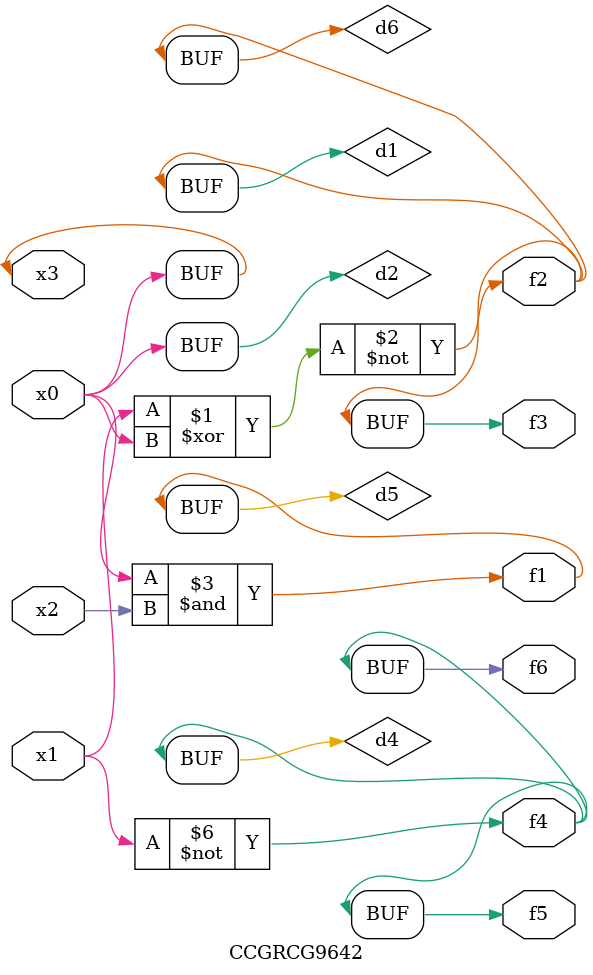
<source format=v>
module CCGRCG9642(
	input x0, x1, x2, x3,
	output f1, f2, f3, f4, f5, f6
);

	wire d1, d2, d3, d4, d5, d6;

	xnor (d1, x1, x3);
	buf (d2, x0, x3);
	nand (d3, x0, x2);
	not (d4, x1);
	nand (d5, d3);
	or (d6, d1);
	assign f1 = d5;
	assign f2 = d6;
	assign f3 = d6;
	assign f4 = d4;
	assign f5 = d4;
	assign f6 = d4;
endmodule

</source>
